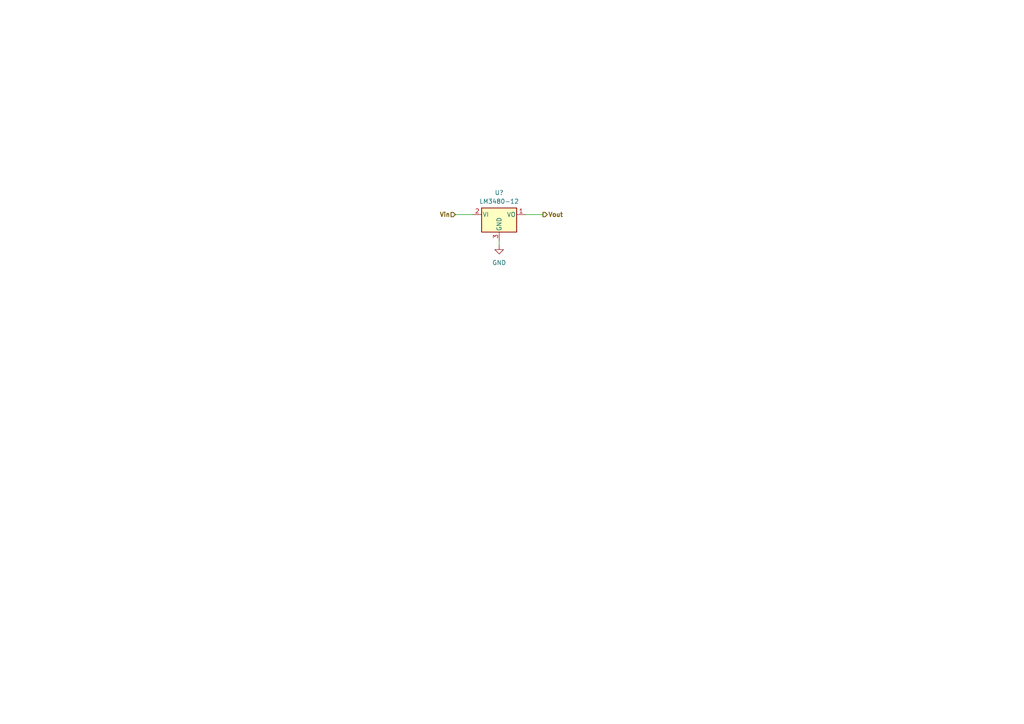
<source format=kicad_sch>
(kicad_sch (version 20230121) (generator eeschema)
  (paper "A4")
  (lib_symbols
    (symbol "Regulator_Linear:LM3480-12" (pin_names (offset 0.254))
      (property "Reference" "U" (at -3.81 3.175 0))
      (property "Value" "LM3480-12" (at 0 3.175 0))
      (symbol "LM3480-12_0_1"
        (rectangle (start -5.08 1.905) (end 5.08 -5.08) (stroke (width 0.254)) (fill (type background)))
      )
      (symbol "LM3480-12_1_1"
        (pin power_out line (at 7.62 0 180) (length 2.54) (name "VO") (number "1"))
        (pin power_in line (at -7.62 0 0) (length 2.54) (name "VI") (number "2"))
        (pin power_in line (at 0 -7.62 90) (length 2.54) (name "GND") (number "3"))
      )
    )
    (symbol "power:GND" (power) (pin_names (offset 0))
      (property "Value" "GND" (at 0 -3.81 0))
      (symbol "GND_0_1"
        (polyline (pts (xy 0 0) (xy 0 -1.27) (xy 1.27 -1.27) (xy 0 -2.54) (xy -1.27 -1.27) (xy 0 -1.27)))
      )
      (symbol "GND_1_1"
        (pin power_in line (at 0 0 270) (length 0) hide (name "GND") (number "1"))
      )
    )
  )
  (wire (pts (xy 132.08 62.23) (xy 137.16 62.23)))
  (wire (pts (xy 144.78 69.85) (xy 144.78 71.12)))
  (wire (pts (xy 157.48 62.23) (xy 152.4 62.23)))
  (hierarchical_label "Vout" (shape output) (at 157.48 62.23 0) (effects (font bold)))
  (hierarchical_label "Vin" (shape input) (at 132.08 62.23 180) (effects (font bold)))
  (symbol (lib_id "power:GND") (at 144.78 71.12 0) (unit 1)
    (property "Reference" "#PWR?" (effects hide))
    (property "Value" "GND" (at 144.78 76.2 0))
  )
  (symbol (lib_id "Regulator_Linear:LM3480-12") (at 144.78 62.23 0) (unit 1)
    (property "Reference" "U?" (at 144.78 55.88 0))
    (property "Value" "LM3480-12" (at 144.78 58.42 0))
    (property "Footprint" "Package_TO_SOT_SMD:SOT-23" (effects hide))
    (property "Datasheet" "http://www.ti.com/lit/ds/symlink/lm3480.pdf" (effects hide))
  )
)
</source>
